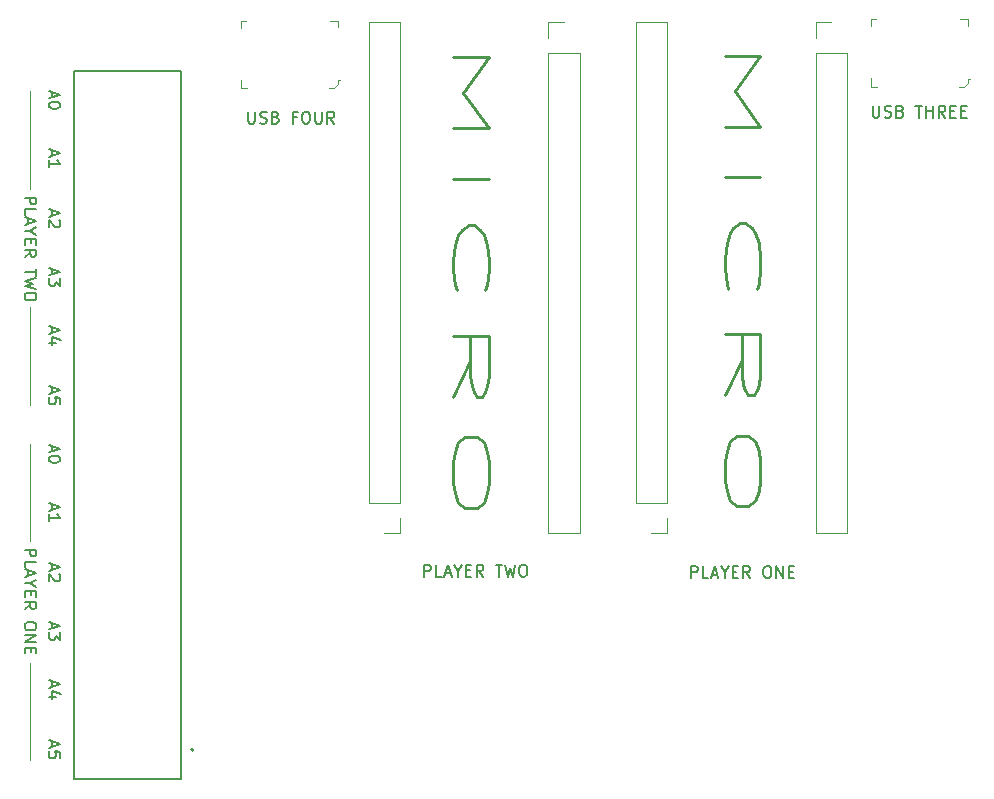
<source format=gbr>
G04 #@! TF.GenerationSoftware,KiCad,Pcbnew,(5.1.2-1)-1*
G04 #@! TF.CreationDate,2020-07-05T12:12:15-04:00*
G04 #@! TF.ProjectId,ArcadeMain,41726361-6465-44d6-9169-6e2e6b696361,rev?*
G04 #@! TF.SameCoordinates,Original*
G04 #@! TF.FileFunction,Legend,Top*
G04 #@! TF.FilePolarity,Positive*
%FSLAX46Y46*%
G04 Gerber Fmt 4.6, Leading zero omitted, Abs format (unit mm)*
G04 Created by KiCad (PCBNEW (5.1.2-1)-1) date 2020-07-05 12:12:15*
%MOMM*%
%LPD*%
G04 APERTURE LIST*
%ADD10C,0.250000*%
%ADD11C,0.120000*%
%ADD12C,0.150000*%
%ADD13C,0.100000*%
%ADD14C,0.200000*%
%ADD15C,0.127000*%
G04 APERTURE END LIST*
D10*
X167425857Y-54421857D02*
X170425857Y-54421857D01*
X168283000Y-57421857D01*
X170425857Y-60421857D01*
X167425857Y-60421857D01*
X167425857Y-64707571D02*
X170425857Y-64707571D01*
X167711571Y-74136142D02*
X167568714Y-73707571D01*
X167425857Y-72421857D01*
X167425857Y-71564714D01*
X167568714Y-70279000D01*
X167854428Y-69421857D01*
X168140142Y-68993285D01*
X168711571Y-68564714D01*
X169140142Y-68564714D01*
X169711571Y-68993285D01*
X169997285Y-69421857D01*
X170283000Y-70279000D01*
X170425857Y-71564714D01*
X170425857Y-72421857D01*
X170283000Y-73707571D01*
X170140142Y-74136142D01*
X167425857Y-83136142D02*
X168854428Y-80136142D01*
X167425857Y-77993285D02*
X170425857Y-77993285D01*
X170425857Y-81421857D01*
X170283000Y-82279000D01*
X170140142Y-82707571D01*
X169854428Y-83136142D01*
X169425857Y-83136142D01*
X169140142Y-82707571D01*
X168997285Y-82279000D01*
X168854428Y-81421857D01*
X168854428Y-77993285D01*
X170425857Y-88707571D02*
X170425857Y-90421857D01*
X170283000Y-91279000D01*
X169997285Y-92136142D01*
X169425857Y-92564714D01*
X168425857Y-92564714D01*
X167854428Y-92136142D01*
X167568714Y-91279000D01*
X167425857Y-90421857D01*
X167425857Y-88707571D01*
X167568714Y-87850428D01*
X167854428Y-86993285D01*
X168425857Y-86564714D01*
X169425857Y-86564714D01*
X169997285Y-86993285D01*
X170283000Y-87850428D01*
X170425857Y-88707571D01*
X144438857Y-54548857D02*
X147438857Y-54548857D01*
X145296000Y-57548857D01*
X147438857Y-60548857D01*
X144438857Y-60548857D01*
X144438857Y-64834571D02*
X147438857Y-64834571D01*
X144724571Y-74263142D02*
X144581714Y-73834571D01*
X144438857Y-72548857D01*
X144438857Y-71691714D01*
X144581714Y-70406000D01*
X144867428Y-69548857D01*
X145153142Y-69120285D01*
X145724571Y-68691714D01*
X146153142Y-68691714D01*
X146724571Y-69120285D01*
X147010285Y-69548857D01*
X147296000Y-70406000D01*
X147438857Y-71691714D01*
X147438857Y-72548857D01*
X147296000Y-73834571D01*
X147153142Y-74263142D01*
X144438857Y-83263142D02*
X145867428Y-80263142D01*
X144438857Y-78120285D02*
X147438857Y-78120285D01*
X147438857Y-81548857D01*
X147296000Y-82406000D01*
X147153142Y-82834571D01*
X146867428Y-83263142D01*
X146438857Y-83263142D01*
X146153142Y-82834571D01*
X146010285Y-82406000D01*
X145867428Y-81548857D01*
X145867428Y-78120285D01*
X147438857Y-88834571D02*
X147438857Y-90548857D01*
X147296000Y-91406000D01*
X147010285Y-92263142D01*
X146438857Y-92691714D01*
X145438857Y-92691714D01*
X144867428Y-92263142D01*
X144581714Y-91406000D01*
X144438857Y-90548857D01*
X144438857Y-88834571D01*
X144581714Y-87977428D01*
X144867428Y-87120285D01*
X145438857Y-86691714D01*
X146438857Y-86691714D01*
X147010285Y-87120285D01*
X147296000Y-87977428D01*
X147438857Y-88834571D01*
D11*
X108585000Y-57404000D02*
X108585000Y-65659000D01*
X108585000Y-75692000D02*
X108585000Y-83947000D01*
X108585000Y-105791000D02*
X108585000Y-114046000D01*
X108585000Y-87249000D02*
X108585000Y-95504000D01*
D12*
X108132619Y-96226857D02*
X109132619Y-96226857D01*
X109132619Y-96607809D01*
X109085000Y-96703047D01*
X109037380Y-96750666D01*
X108942142Y-96798285D01*
X108799285Y-96798285D01*
X108704047Y-96750666D01*
X108656428Y-96703047D01*
X108608809Y-96607809D01*
X108608809Y-96226857D01*
X108132619Y-97703047D02*
X108132619Y-97226857D01*
X109132619Y-97226857D01*
X108418333Y-97988761D02*
X108418333Y-98464952D01*
X108132619Y-97893523D02*
X109132619Y-98226857D01*
X108132619Y-98560190D01*
X108608809Y-99084000D02*
X108132619Y-99084000D01*
X109132619Y-98750666D02*
X108608809Y-99084000D01*
X109132619Y-99417333D01*
X108656428Y-99750666D02*
X108656428Y-100084000D01*
X108132619Y-100226857D02*
X108132619Y-99750666D01*
X109132619Y-99750666D01*
X109132619Y-100226857D01*
X108132619Y-101226857D02*
X108608809Y-100893523D01*
X108132619Y-100655428D02*
X109132619Y-100655428D01*
X109132619Y-101036380D01*
X109085000Y-101131619D01*
X109037380Y-101179238D01*
X108942142Y-101226857D01*
X108799285Y-101226857D01*
X108704047Y-101179238D01*
X108656428Y-101131619D01*
X108608809Y-101036380D01*
X108608809Y-100655428D01*
X109132619Y-102607809D02*
X109132619Y-102798285D01*
X109085000Y-102893523D01*
X108989761Y-102988761D01*
X108799285Y-103036380D01*
X108465952Y-103036380D01*
X108275476Y-102988761D01*
X108180238Y-102893523D01*
X108132619Y-102798285D01*
X108132619Y-102607809D01*
X108180238Y-102512571D01*
X108275476Y-102417333D01*
X108465952Y-102369714D01*
X108799285Y-102369714D01*
X108989761Y-102417333D01*
X109085000Y-102512571D01*
X109132619Y-102607809D01*
X108132619Y-103464952D02*
X109132619Y-103464952D01*
X108132619Y-104036380D01*
X109132619Y-104036380D01*
X108656428Y-104512571D02*
X108656428Y-104845904D01*
X108132619Y-104988761D02*
X108132619Y-104512571D01*
X109132619Y-104512571D01*
X109132619Y-104988761D01*
X108132619Y-66405666D02*
X109132619Y-66405666D01*
X109132619Y-66786619D01*
X109085000Y-66881857D01*
X109037380Y-66929476D01*
X108942142Y-66977095D01*
X108799285Y-66977095D01*
X108704047Y-66929476D01*
X108656428Y-66881857D01*
X108608809Y-66786619D01*
X108608809Y-66405666D01*
X108132619Y-67881857D02*
X108132619Y-67405666D01*
X109132619Y-67405666D01*
X108418333Y-68167571D02*
X108418333Y-68643761D01*
X108132619Y-68072333D02*
X109132619Y-68405666D01*
X108132619Y-68739000D01*
X108608809Y-69262809D02*
X108132619Y-69262809D01*
X109132619Y-68929476D02*
X108608809Y-69262809D01*
X109132619Y-69596142D01*
X108656428Y-69929476D02*
X108656428Y-70262809D01*
X108132619Y-70405666D02*
X108132619Y-69929476D01*
X109132619Y-69929476D01*
X109132619Y-70405666D01*
X108132619Y-71405666D02*
X108608809Y-71072333D01*
X108132619Y-70834238D02*
X109132619Y-70834238D01*
X109132619Y-71215190D01*
X109085000Y-71310428D01*
X109037380Y-71358047D01*
X108942142Y-71405666D01*
X108799285Y-71405666D01*
X108704047Y-71358047D01*
X108656428Y-71310428D01*
X108608809Y-71215190D01*
X108608809Y-70834238D01*
X109132619Y-72453285D02*
X109132619Y-73024714D01*
X108132619Y-72739000D02*
X109132619Y-72739000D01*
X109132619Y-73262809D02*
X108132619Y-73500904D01*
X108846904Y-73691380D01*
X108132619Y-73881857D01*
X109132619Y-74119952D01*
X109132619Y-74691380D02*
X109132619Y-74881857D01*
X109085000Y-74977095D01*
X108989761Y-75072333D01*
X108799285Y-75119952D01*
X108465952Y-75119952D01*
X108275476Y-75072333D01*
X108180238Y-74977095D01*
X108132619Y-74881857D01*
X108132619Y-74691380D01*
X108180238Y-74596142D01*
X108275476Y-74500904D01*
X108465952Y-74453285D01*
X108799285Y-74453285D01*
X108989761Y-74500904D01*
X109085000Y-74596142D01*
X109132619Y-74691380D01*
X141970666Y-98496380D02*
X141970666Y-97496380D01*
X142351619Y-97496380D01*
X142446857Y-97544000D01*
X142494476Y-97591619D01*
X142542095Y-97686857D01*
X142542095Y-97829714D01*
X142494476Y-97924952D01*
X142446857Y-97972571D01*
X142351619Y-98020190D01*
X141970666Y-98020190D01*
X143446857Y-98496380D02*
X142970666Y-98496380D01*
X142970666Y-97496380D01*
X143732571Y-98210666D02*
X144208761Y-98210666D01*
X143637333Y-98496380D02*
X143970666Y-97496380D01*
X144304000Y-98496380D01*
X144827809Y-98020190D02*
X144827809Y-98496380D01*
X144494476Y-97496380D02*
X144827809Y-98020190D01*
X145161142Y-97496380D01*
X145494476Y-97972571D02*
X145827809Y-97972571D01*
X145970666Y-98496380D02*
X145494476Y-98496380D01*
X145494476Y-97496380D01*
X145970666Y-97496380D01*
X146970666Y-98496380D02*
X146637333Y-98020190D01*
X146399238Y-98496380D02*
X146399238Y-97496380D01*
X146780190Y-97496380D01*
X146875428Y-97544000D01*
X146923047Y-97591619D01*
X146970666Y-97686857D01*
X146970666Y-97829714D01*
X146923047Y-97924952D01*
X146875428Y-97972571D01*
X146780190Y-98020190D01*
X146399238Y-98020190D01*
X148018285Y-97496380D02*
X148589714Y-97496380D01*
X148304000Y-98496380D02*
X148304000Y-97496380D01*
X148827809Y-97496380D02*
X149065904Y-98496380D01*
X149256380Y-97782095D01*
X149446857Y-98496380D01*
X149684952Y-97496380D01*
X150256380Y-97496380D02*
X150446857Y-97496380D01*
X150542095Y-97544000D01*
X150637333Y-97639238D01*
X150684952Y-97829714D01*
X150684952Y-98163047D01*
X150637333Y-98353523D01*
X150542095Y-98448761D01*
X150446857Y-98496380D01*
X150256380Y-98496380D01*
X150161142Y-98448761D01*
X150065904Y-98353523D01*
X150018285Y-98163047D01*
X150018285Y-97829714D01*
X150065904Y-97639238D01*
X150161142Y-97544000D01*
X150256380Y-97496380D01*
X164552857Y-98623380D02*
X164552857Y-97623380D01*
X164933809Y-97623380D01*
X165029047Y-97671000D01*
X165076666Y-97718619D01*
X165124285Y-97813857D01*
X165124285Y-97956714D01*
X165076666Y-98051952D01*
X165029047Y-98099571D01*
X164933809Y-98147190D01*
X164552857Y-98147190D01*
X166029047Y-98623380D02*
X165552857Y-98623380D01*
X165552857Y-97623380D01*
X166314761Y-98337666D02*
X166790952Y-98337666D01*
X166219523Y-98623380D02*
X166552857Y-97623380D01*
X166886190Y-98623380D01*
X167410000Y-98147190D02*
X167410000Y-98623380D01*
X167076666Y-97623380D02*
X167410000Y-98147190D01*
X167743333Y-97623380D01*
X168076666Y-98099571D02*
X168410000Y-98099571D01*
X168552857Y-98623380D02*
X168076666Y-98623380D01*
X168076666Y-97623380D01*
X168552857Y-97623380D01*
X169552857Y-98623380D02*
X169219523Y-98147190D01*
X168981428Y-98623380D02*
X168981428Y-97623380D01*
X169362380Y-97623380D01*
X169457619Y-97671000D01*
X169505238Y-97718619D01*
X169552857Y-97813857D01*
X169552857Y-97956714D01*
X169505238Y-98051952D01*
X169457619Y-98099571D01*
X169362380Y-98147190D01*
X168981428Y-98147190D01*
X170933809Y-97623380D02*
X171124285Y-97623380D01*
X171219523Y-97671000D01*
X171314761Y-97766238D01*
X171362380Y-97956714D01*
X171362380Y-98290047D01*
X171314761Y-98480523D01*
X171219523Y-98575761D01*
X171124285Y-98623380D01*
X170933809Y-98623380D01*
X170838571Y-98575761D01*
X170743333Y-98480523D01*
X170695714Y-98290047D01*
X170695714Y-97956714D01*
X170743333Y-97766238D01*
X170838571Y-97671000D01*
X170933809Y-97623380D01*
X171790952Y-98623380D02*
X171790952Y-97623380D01*
X172362380Y-98623380D01*
X172362380Y-97623380D01*
X172838571Y-98099571D02*
X173171904Y-98099571D01*
X173314761Y-98623380D02*
X172838571Y-98623380D01*
X172838571Y-97623380D01*
X173314761Y-97623380D01*
X179943619Y-58634380D02*
X179943619Y-59443904D01*
X179991238Y-59539142D01*
X180038857Y-59586761D01*
X180134095Y-59634380D01*
X180324571Y-59634380D01*
X180419809Y-59586761D01*
X180467428Y-59539142D01*
X180515047Y-59443904D01*
X180515047Y-58634380D01*
X180943619Y-59586761D02*
X181086476Y-59634380D01*
X181324571Y-59634380D01*
X181419809Y-59586761D01*
X181467428Y-59539142D01*
X181515047Y-59443904D01*
X181515047Y-59348666D01*
X181467428Y-59253428D01*
X181419809Y-59205809D01*
X181324571Y-59158190D01*
X181134095Y-59110571D01*
X181038857Y-59062952D01*
X180991238Y-59015333D01*
X180943619Y-58920095D01*
X180943619Y-58824857D01*
X180991238Y-58729619D01*
X181038857Y-58682000D01*
X181134095Y-58634380D01*
X181372190Y-58634380D01*
X181515047Y-58682000D01*
X182276952Y-59110571D02*
X182419809Y-59158190D01*
X182467428Y-59205809D01*
X182515047Y-59301047D01*
X182515047Y-59443904D01*
X182467428Y-59539142D01*
X182419809Y-59586761D01*
X182324571Y-59634380D01*
X181943619Y-59634380D01*
X181943619Y-58634380D01*
X182276952Y-58634380D01*
X182372190Y-58682000D01*
X182419809Y-58729619D01*
X182467428Y-58824857D01*
X182467428Y-58920095D01*
X182419809Y-59015333D01*
X182372190Y-59062952D01*
X182276952Y-59110571D01*
X181943619Y-59110571D01*
X183562666Y-58634380D02*
X184134095Y-58634380D01*
X183848380Y-59634380D02*
X183848380Y-58634380D01*
X184467428Y-59634380D02*
X184467428Y-58634380D01*
X184467428Y-59110571D02*
X185038857Y-59110571D01*
X185038857Y-59634380D02*
X185038857Y-58634380D01*
X186086476Y-59634380D02*
X185753142Y-59158190D01*
X185515047Y-59634380D02*
X185515047Y-58634380D01*
X185896000Y-58634380D01*
X185991238Y-58682000D01*
X186038857Y-58729619D01*
X186086476Y-58824857D01*
X186086476Y-58967714D01*
X186038857Y-59062952D01*
X185991238Y-59110571D01*
X185896000Y-59158190D01*
X185515047Y-59158190D01*
X186515047Y-59110571D02*
X186848380Y-59110571D01*
X186991238Y-59634380D02*
X186515047Y-59634380D01*
X186515047Y-58634380D01*
X186991238Y-58634380D01*
X187419809Y-59110571D02*
X187753142Y-59110571D01*
X187896000Y-59634380D02*
X187419809Y-59634380D01*
X187419809Y-58634380D01*
X187896000Y-58634380D01*
X127063952Y-59142380D02*
X127063952Y-59951904D01*
X127111571Y-60047142D01*
X127159190Y-60094761D01*
X127254428Y-60142380D01*
X127444904Y-60142380D01*
X127540142Y-60094761D01*
X127587761Y-60047142D01*
X127635380Y-59951904D01*
X127635380Y-59142380D01*
X128063952Y-60094761D02*
X128206809Y-60142380D01*
X128444904Y-60142380D01*
X128540142Y-60094761D01*
X128587761Y-60047142D01*
X128635380Y-59951904D01*
X128635380Y-59856666D01*
X128587761Y-59761428D01*
X128540142Y-59713809D01*
X128444904Y-59666190D01*
X128254428Y-59618571D01*
X128159190Y-59570952D01*
X128111571Y-59523333D01*
X128063952Y-59428095D01*
X128063952Y-59332857D01*
X128111571Y-59237619D01*
X128159190Y-59190000D01*
X128254428Y-59142380D01*
X128492523Y-59142380D01*
X128635380Y-59190000D01*
X129397285Y-59618571D02*
X129540142Y-59666190D01*
X129587761Y-59713809D01*
X129635380Y-59809047D01*
X129635380Y-59951904D01*
X129587761Y-60047142D01*
X129540142Y-60094761D01*
X129444904Y-60142380D01*
X129063952Y-60142380D01*
X129063952Y-59142380D01*
X129397285Y-59142380D01*
X129492523Y-59190000D01*
X129540142Y-59237619D01*
X129587761Y-59332857D01*
X129587761Y-59428095D01*
X129540142Y-59523333D01*
X129492523Y-59570952D01*
X129397285Y-59618571D01*
X129063952Y-59618571D01*
X131159190Y-59618571D02*
X130825857Y-59618571D01*
X130825857Y-60142380D02*
X130825857Y-59142380D01*
X131302047Y-59142380D01*
X131873476Y-59142380D02*
X132063952Y-59142380D01*
X132159190Y-59190000D01*
X132254428Y-59285238D01*
X132302047Y-59475714D01*
X132302047Y-59809047D01*
X132254428Y-59999523D01*
X132159190Y-60094761D01*
X132063952Y-60142380D01*
X131873476Y-60142380D01*
X131778238Y-60094761D01*
X131683000Y-59999523D01*
X131635380Y-59809047D01*
X131635380Y-59475714D01*
X131683000Y-59285238D01*
X131778238Y-59190000D01*
X131873476Y-59142380D01*
X132730619Y-59142380D02*
X132730619Y-59951904D01*
X132778238Y-60047142D01*
X132825857Y-60094761D01*
X132921095Y-60142380D01*
X133111571Y-60142380D01*
X133206809Y-60094761D01*
X133254428Y-60047142D01*
X133302047Y-59951904D01*
X133302047Y-59142380D01*
X134349666Y-60142380D02*
X134016333Y-59666190D01*
X133778238Y-60142380D02*
X133778238Y-59142380D01*
X134159190Y-59142380D01*
X134254428Y-59190000D01*
X134302047Y-59237619D01*
X134349666Y-59332857D01*
X134349666Y-59475714D01*
X134302047Y-59570952D01*
X134254428Y-59618571D01*
X134159190Y-59666190D01*
X133778238Y-59666190D01*
X110450333Y-112442714D02*
X110450333Y-112918904D01*
X110164619Y-112347476D02*
X111164619Y-112680809D01*
X110164619Y-113014142D01*
X111164619Y-113823666D02*
X111164619Y-113347476D01*
X110688428Y-113299857D01*
X110736047Y-113347476D01*
X110783666Y-113442714D01*
X110783666Y-113680809D01*
X110736047Y-113776047D01*
X110688428Y-113823666D01*
X110593190Y-113871285D01*
X110355095Y-113871285D01*
X110259857Y-113823666D01*
X110212238Y-113776047D01*
X110164619Y-113680809D01*
X110164619Y-113442714D01*
X110212238Y-113347476D01*
X110259857Y-113299857D01*
X110450333Y-92376714D02*
X110450333Y-92852904D01*
X110164619Y-92281476D02*
X111164619Y-92614809D01*
X110164619Y-92948142D01*
X110164619Y-93805285D02*
X110164619Y-93233857D01*
X110164619Y-93519571D02*
X111164619Y-93519571D01*
X111021761Y-93424333D01*
X110926523Y-93329095D01*
X110878904Y-93233857D01*
X110450333Y-97456714D02*
X110450333Y-97932904D01*
X110164619Y-97361476D02*
X111164619Y-97694809D01*
X110164619Y-98028142D01*
X111069380Y-98313857D02*
X111117000Y-98361476D01*
X111164619Y-98456714D01*
X111164619Y-98694809D01*
X111117000Y-98790047D01*
X111069380Y-98837666D01*
X110974142Y-98885285D01*
X110878904Y-98885285D01*
X110736047Y-98837666D01*
X110164619Y-98266238D01*
X110164619Y-98885285D01*
X110450333Y-102409714D02*
X110450333Y-102885904D01*
X110164619Y-102314476D02*
X111164619Y-102647809D01*
X110164619Y-102981142D01*
X111164619Y-103219238D02*
X111164619Y-103838285D01*
X110783666Y-103504952D01*
X110783666Y-103647809D01*
X110736047Y-103743047D01*
X110688428Y-103790666D01*
X110593190Y-103838285D01*
X110355095Y-103838285D01*
X110259857Y-103790666D01*
X110212238Y-103743047D01*
X110164619Y-103647809D01*
X110164619Y-103362095D01*
X110212238Y-103266857D01*
X110259857Y-103219238D01*
X110450333Y-107362714D02*
X110450333Y-107838904D01*
X110164619Y-107267476D02*
X111164619Y-107600809D01*
X110164619Y-107934142D01*
X110831285Y-108696047D02*
X110164619Y-108696047D01*
X111212238Y-108457952D02*
X110497952Y-108219857D01*
X110497952Y-108838904D01*
X110450333Y-87423714D02*
X110450333Y-87899904D01*
X110164619Y-87328476D02*
X111164619Y-87661809D01*
X110164619Y-87995142D01*
X111164619Y-88518952D02*
X111164619Y-88614190D01*
X111117000Y-88709428D01*
X111069380Y-88757047D01*
X110974142Y-88804666D01*
X110783666Y-88852285D01*
X110545571Y-88852285D01*
X110355095Y-88804666D01*
X110259857Y-88757047D01*
X110212238Y-88709428D01*
X110164619Y-88614190D01*
X110164619Y-88518952D01*
X110212238Y-88423714D01*
X110259857Y-88376095D01*
X110355095Y-88328476D01*
X110545571Y-88280857D01*
X110783666Y-88280857D01*
X110974142Y-88328476D01*
X111069380Y-88376095D01*
X111117000Y-88423714D01*
X111164619Y-88518952D01*
X110450333Y-82470714D02*
X110450333Y-82946904D01*
X110164619Y-82375476D02*
X111164619Y-82708809D01*
X110164619Y-83042142D01*
X111164619Y-83851666D02*
X111164619Y-83375476D01*
X110688428Y-83327857D01*
X110736047Y-83375476D01*
X110783666Y-83470714D01*
X110783666Y-83708809D01*
X110736047Y-83804047D01*
X110688428Y-83851666D01*
X110593190Y-83899285D01*
X110355095Y-83899285D01*
X110259857Y-83851666D01*
X110212238Y-83804047D01*
X110164619Y-83708809D01*
X110164619Y-83470714D01*
X110212238Y-83375476D01*
X110259857Y-83327857D01*
X110450333Y-77390714D02*
X110450333Y-77866904D01*
X110164619Y-77295476D02*
X111164619Y-77628809D01*
X110164619Y-77962142D01*
X110831285Y-78724047D02*
X110164619Y-78724047D01*
X111212238Y-78485952D02*
X110497952Y-78247857D01*
X110497952Y-78866904D01*
X110450333Y-72437714D02*
X110450333Y-72913904D01*
X110164619Y-72342476D02*
X111164619Y-72675809D01*
X110164619Y-73009142D01*
X111164619Y-73247238D02*
X111164619Y-73866285D01*
X110783666Y-73532952D01*
X110783666Y-73675809D01*
X110736047Y-73771047D01*
X110688428Y-73818666D01*
X110593190Y-73866285D01*
X110355095Y-73866285D01*
X110259857Y-73818666D01*
X110212238Y-73771047D01*
X110164619Y-73675809D01*
X110164619Y-73390095D01*
X110212238Y-73294857D01*
X110259857Y-73247238D01*
X110450333Y-67484714D02*
X110450333Y-67960904D01*
X110164619Y-67389476D02*
X111164619Y-67722809D01*
X110164619Y-68056142D01*
X111069380Y-68341857D02*
X111117000Y-68389476D01*
X111164619Y-68484714D01*
X111164619Y-68722809D01*
X111117000Y-68818047D01*
X111069380Y-68865666D01*
X110974142Y-68913285D01*
X110878904Y-68913285D01*
X110736047Y-68865666D01*
X110164619Y-68294238D01*
X110164619Y-68913285D01*
X110450333Y-62404714D02*
X110450333Y-62880904D01*
X110164619Y-62309476D02*
X111164619Y-62642809D01*
X110164619Y-62976142D01*
X110164619Y-63833285D02*
X110164619Y-63261857D01*
X110164619Y-63547571D02*
X111164619Y-63547571D01*
X111021761Y-63452333D01*
X110926523Y-63357095D01*
X110878904Y-63261857D01*
X110450333Y-57451714D02*
X110450333Y-57927904D01*
X110164619Y-57356476D02*
X111164619Y-57689809D01*
X110164619Y-58023142D01*
X111164619Y-58546952D02*
X111164619Y-58642190D01*
X111117000Y-58737428D01*
X111069380Y-58785047D01*
X110974142Y-58832666D01*
X110783666Y-58880285D01*
X110545571Y-58880285D01*
X110355095Y-58832666D01*
X110259857Y-58785047D01*
X110212238Y-58737428D01*
X110164619Y-58642190D01*
X110164619Y-58546952D01*
X110212238Y-58451714D01*
X110259857Y-58404095D01*
X110355095Y-58356476D01*
X110545571Y-58308857D01*
X110783666Y-58308857D01*
X110974142Y-58356476D01*
X111069380Y-58404095D01*
X111117000Y-58451714D01*
X111164619Y-58546952D01*
D13*
X134656000Y-56496000D02*
X134806000Y-56496000D01*
X134656000Y-56796000D02*
X134656000Y-56496000D01*
X134356000Y-57146000D02*
X134656000Y-56796000D01*
X133906000Y-57146000D02*
X134356000Y-57146000D01*
X126456000Y-57146000D02*
X126456000Y-56446000D01*
X126956000Y-57146000D02*
X126456000Y-57146000D01*
X126456000Y-51446000D02*
X126856000Y-51446000D01*
X126456000Y-52046000D02*
X126456000Y-51446000D01*
X134656000Y-51446000D02*
X134006000Y-51446000D01*
X134656000Y-51996000D02*
X134656000Y-51446000D01*
X187996000Y-56369000D02*
X188146000Y-56369000D01*
X187996000Y-56669000D02*
X187996000Y-56369000D01*
X187696000Y-57019000D02*
X187996000Y-56669000D01*
X187246000Y-57019000D02*
X187696000Y-57019000D01*
X179796000Y-57019000D02*
X179796000Y-56319000D01*
X180296000Y-57019000D02*
X179796000Y-57019000D01*
X179796000Y-51319000D02*
X180196000Y-51319000D01*
X179796000Y-51919000D02*
X179796000Y-51319000D01*
X187996000Y-51319000D02*
X187346000Y-51319000D01*
X187996000Y-51869000D02*
X187996000Y-51319000D01*
D11*
X152492400Y-51552800D02*
X153822400Y-51552800D01*
X152492400Y-52882800D02*
X152492400Y-51552800D01*
X152492400Y-54152800D02*
X155152400Y-54152800D01*
X155152400Y-54152800D02*
X155152400Y-94852800D01*
X152492400Y-54152800D02*
X152492400Y-94852800D01*
X152492400Y-94852800D02*
X155152400Y-94852800D01*
X139937800Y-94852800D02*
X138607800Y-94852800D01*
X139937800Y-93522800D02*
X139937800Y-94852800D01*
X139937800Y-92252800D02*
X137277800Y-92252800D01*
X137277800Y-92252800D02*
X137277800Y-51552800D01*
X139937800Y-92252800D02*
X139937800Y-51552800D01*
X139937800Y-51552800D02*
X137277800Y-51552800D01*
X175123800Y-51552800D02*
X176453800Y-51552800D01*
X175123800Y-52882800D02*
X175123800Y-51552800D01*
X175123800Y-54152800D02*
X177783800Y-54152800D01*
X177783800Y-54152800D02*
X177783800Y-94852800D01*
X175123800Y-54152800D02*
X175123800Y-94852800D01*
X175123800Y-94852800D02*
X177783800Y-94852800D01*
X162543800Y-94852800D02*
X161213800Y-94852800D01*
X162543800Y-93522800D02*
X162543800Y-94852800D01*
X162543800Y-92252800D02*
X159883800Y-92252800D01*
X159883800Y-92252800D02*
X159883800Y-51552800D01*
X162543800Y-92252800D02*
X162543800Y-51552800D01*
X162543800Y-51552800D02*
X159883800Y-51552800D01*
D14*
X122448000Y-113157000D02*
G75*
G03X122448000Y-113157000I-100000J0D01*
G01*
D15*
X121348000Y-55657000D02*
X121348000Y-115657000D01*
X112348000Y-115657000D02*
X112348000Y-55657000D01*
X112348000Y-55657000D02*
X121348000Y-55657000D01*
X121348000Y-115657000D02*
X112348000Y-115657000D01*
M02*

</source>
